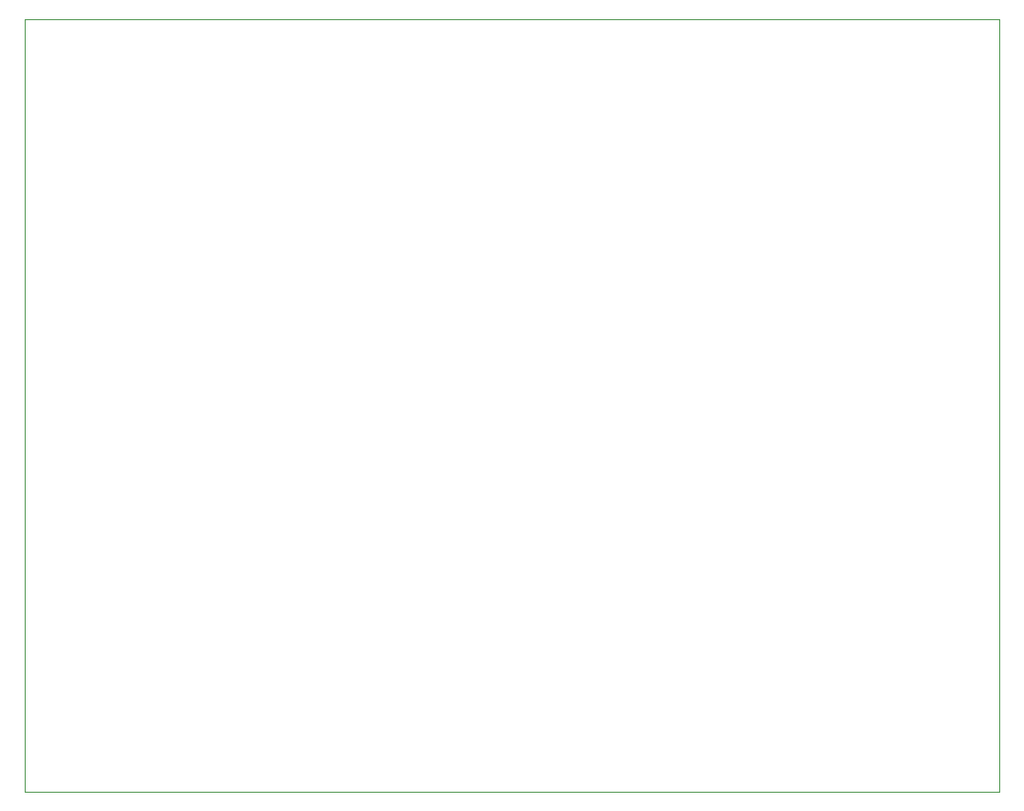
<source format=gbr>
%TF.GenerationSoftware,KiCad,Pcbnew,7.0.7*%
%TF.CreationDate,2023-09-23T02:22:54-04:00*%
%TF.ProjectId,WingsStation,57696e67-7353-4746-9174-696f6e2e6b69,v1*%
%TF.SameCoordinates,Original*%
%TF.FileFunction,Profile,NP*%
%FSLAX46Y46*%
G04 Gerber Fmt 4.6, Leading zero omitted, Abs format (unit mm)*
G04 Created by KiCad (PCBNEW 7.0.7) date 2023-09-23 02:22:54*
%MOMM*%
%LPD*%
G01*
G04 APERTURE LIST*
%TA.AperFunction,Profile*%
%ADD10C,0.050000*%
%TD*%
G04 APERTURE END LIST*
D10*
X-163160200Y47785700D02*
X-73041200Y47785700D01*
X-73041200Y-23614300D02*
X-73041200Y47785700D01*
X-73041200Y-23614300D02*
X-163160200Y-23614300D01*
X-163160200Y47785700D02*
X-163160200Y-23614300D01*
M02*

</source>
